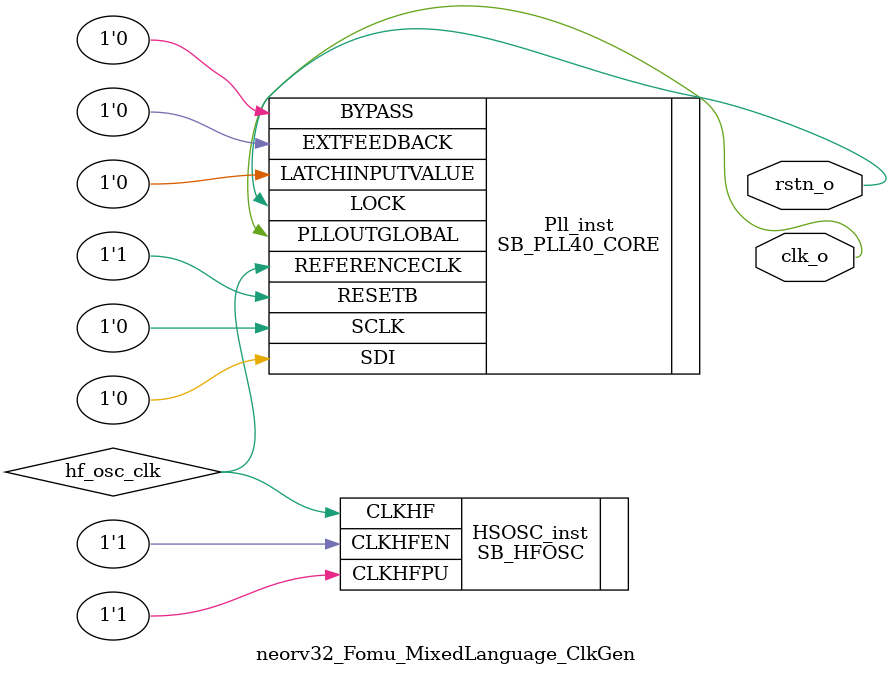
<source format=v>
module neorv32_Fomu_MixedLanguage_ClkGen (
        output wire clk_o,
        output wire rstn_o
);

  wire hf_osc_clk;

  SB_HFOSC #(
    .CLKHF_DIV("0b10") // 12 MHz
  ) HSOSC_inst (
    .CLKHFPU(1'b1),
    .CLKHFEN(1'b1),
    .CLKHF(hf_osc_clk)
  );

  // Settings generated by icepll -i 12 -o 18:
  //----------------------------------------------------
  // F_PLLIN:      12.000 MHz (given)
  // F_PLLOUT:     18.000 MHz (requested)
  // F_PLLOUT:     18.000 MHz (achieved)
  // FEEDBACK:     SIMPLE
  // F_PFD:        12.000 MHz
  // F_VCO:        576.000 MHz
  // DIVR:         0 (4'b0000)
  // DIVF:        47 (7'b0101111)
  // DIVQ:         5 (3'b101)
  // FILTER_RANGE: 1 (3'b001)
  SB_PLL40_CORE #(
    .FEEDBACK_PATH("SIMPLE"),
    .DIVR(4'd0),
    .DIVF(7'd47),
    .DIVQ(3'd5),
    .FILTER_RANGE(3'd1)
  ) Pll_inst (
    .REFERENCECLK(hf_osc_clk),
    .PLLOUTGLOBAL(clk_o),
    .EXTFEEDBACK(1'b0),
    .LOCK(rstn_o),
    .BYPASS(1'b0),
    .RESETB(1'b1),
    .LATCHINPUTVALUE(1'b0),
    .SDI(1'b0),
    .SCLK(1'b0)
  );

endmodule


</source>
